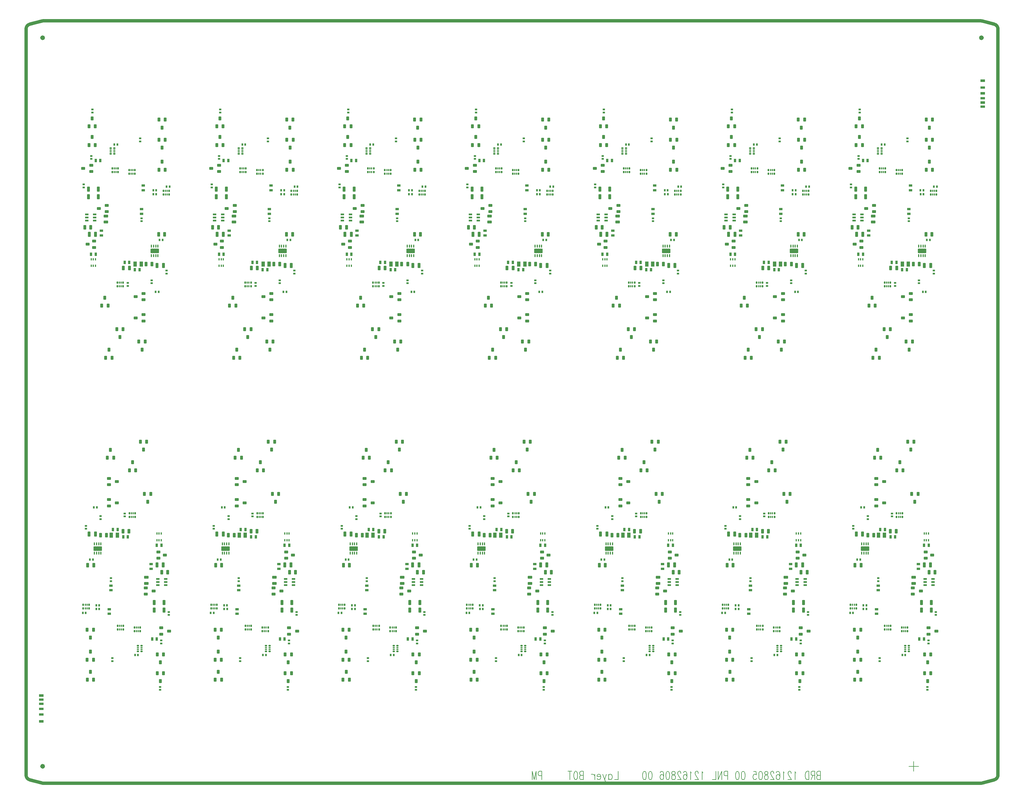
<source format=gbr>
*
G04 Job   : N:\Projects\taras004\P08330\12162805_FHM_2layers\Panel_12162806\12162806.pnl*
G04 User  : UA220006:taras004*
G04 Layer : SolderPasteBot.gbr*
G04 Date  : Fri Jun 09 15:39:14 2023*
G04 Expedition Layer: Solder Paste - Bottom*
%ICAS*%
%MOIN*%
%FSDAX24Y24*%
%OFA0.0000B0.0000*%
G90*
G74*
%AMVB_RECTANGLE*
21,1,$1,$2,0,0,$3*
%
%AMVB_RCRECTANGLE*
$3=$3X2*
21,1,$1-$3,$2,0,0,0*
21,1,$1,$2-$3,0,0,0*
$1=$1/2*
$2=$2/2*
$3=$3/2*
$1=$1-$3*
$2=$2-$3*
1,1,$3X2,0-$1,0-$2*
1,1,$3X2,0-$1,$2*
1,1,$3X2,$1,$2*
1,1,$3X2,$1,0-$2*
%
%ADD11C,0.00787*%
%ADD10C,0.03937*%
%ADD15VB_RECTANGLE,0.05906X0.03937X90.00000*%
%ADD25VB_RCRECTANGLE,0.02362X0.01181X0.00197*%
%ADD20VB_RCRECTANGLE,0.01181X0.02362X0.00197*%
%ADD23VB_RCRECTANGLE,0.01575X0.02362X0.00197*%
%ADD24VB_RCRECTANGLE,0.02362X0.01772X0.00197*%
%ADD71VB_RCRECTANGLE,0.01772X0.02362X0.00197*%
%ADD17VB_RCRECTANGLE,0.02756X0.01969X0.00197*%
%ADD19VB_RCRECTANGLE,0.01969X0.02756X0.00197*%
%ADD13VB_RCRECTANGLE,0.01575X0.03150X0.00197*%
%ADD22VB_RCRECTANGLE,0.03937X0.02756X0.00197*%
%ADD26VB_RCRECTANGLE,0.02756X0.03937X0.00197*%
%ADD18VB_RCRECTANGLE,0.04331X0.01969X0.00197*%
%ADD70VB_RCRECTANGLE,0.04724X0.03150X0.00197*%
%ADD12VB_RCRECTANGLE,0.03150X0.04724X0.00197*%
%ADD27VB_RCRECTANGLE,0.05118X0.03150X0.00197*%
%ADD16VB_RCRECTANGLE,0.03150X0.05118X0.00197*%
%ADD21VB_RCRECTANGLE,0.03150X0.05906X0.00197*%
%ADD14VB_RCRECTANGLE,0.09843X0.05118X0.00197*%
G01*
G36*
X-103819Y005197D02*
X-103268D01*
Y005472*
X-103819*
Y005197*
Y006024D02*
X-103268D01*
Y006299*
X-103819*
Y006024*
Y006693D02*
X-103268D01*
Y006969*
X-103819*
Y006693*
Y007283D02*
X-103268D01*
Y007559*
X-103819*
Y007283*
Y007795D02*
X-103268D01*
Y008071*
X-103819*
Y007795*
Y008268D02*
X-103268D01*
Y008543*
X-103819*
Y008268*
X-103425Y-000283D02*
G03X-103386Y-000285I000039J000283D01*
X-103100Y000000J000285*
X-103103Y000039I000286*
G01X-103346*
Y000283*
G03X-103386Y000285I000040J000283*
X-103671Y000000J000285*
X-103669Y-000039I000285*
G01X-103425*
Y-000283*
Y000283D02*
Y000039D01*
X-103669*
G03X-103671Y000000I000283J000039*
X-103386Y-000285I000285*
X-103346Y-000283J000285*
G01Y-000039*
X-103103*
G03X-103100Y000000I000283J000039*
X-103386Y000285I000286*
X-103425Y000283J000285*
G01Y086253D02*
G03X-103386Y086250I000039J000282D01*
X-103100Y086535J000285*
X-103103Y086575I000286*
G01X-103346*
Y086818*
G03X-103386Y086821I000040J000283*
X-103671Y086535J000286*
X-103669Y086496I000285*
G01X-103425*
Y086253*
Y086818D02*
Y086575D01*
X-103669*
G03X-103671Y086535I000283J000040*
X-103386Y086250I000285*
X-103346Y086253J000285*
G01Y086496*
X-103103*
G03X-103100Y086535I000283J000039*
X-103386Y086821I000286*
X-103425Y086818J000286*
G01X007913Y078228D02*
X008465D01*
Y078504*
X007913*
Y078228*
Y078701D02*
X008465D01*
Y078976*
X007913*
Y078701*
Y079213D02*
X008465D01*
Y079488*
X007913*
Y079213*
Y079803D02*
X008465D01*
Y080079*
X007913*
Y079803*
Y080472D02*
X008465D01*
Y080748*
X007913*
Y080472*
Y081299D02*
X008465D01*
Y081575*
X007913*
Y081299*
X007992Y086253D02*
G03X008031Y086250I000039J000282D01*
X008317Y086535J000285*
X008314Y086575I000286*
G01X008071*
Y086818*
G03X008031Y086821I000040J000283*
X007746Y086535J000286*
X007749Y086496I000285*
G01X007992*
Y086253*
Y086818D02*
Y086575D01*
X007749*
G03X007746Y086535I000282J000040*
X008031Y086250I000285*
X008071Y086253J000285*
G01Y086496*
X008314*
G03X008317Y086535I000283J000039*
X008031Y086821I000286*
X007992Y086818J000286*
G37*
G54D10*
G01X-038819Y-002008D02*
X-103339D01*
G02X-103493Y-001987J000591*
G01X-104917Y-001602*
G02X-105354Y-001032I000154J000570*
G01Y-001031*
Y087575*
G02X-104913Y088146I000590*
G01X-103492Y088524*
G02X-103341Y088543I000151J000572*
X-103339J000591*
G01X007992*
G02X008142Y088524I000001J000590*
G01X009563Y088150*
G02X010000Y087579I000154J000571*
G01Y-001031*
Y-001032*
G02X009563Y-001602I000591*
G01X008151Y-001987*
G02X007995Y-002008I000156J000570*
G01X-038819*
G54D11*
X-044825Y-001575D02*
Y-000591D01*
X-045044Y-001575*
X-045264Y-000591*
Y-001575*
X-044136D02*
Y-000591D01*
X-044418*
X-044512Y-000650*
X-044543Y-000695*
X-044575Y-000784*
Y-000919*
X-044543Y-001023*
X-044512Y-001068*
X-044418Y-001113*
X-044136*
X-040812Y-000591D02*
Y-001575D01*
X-040593Y-000591D02*
X-041031D01*
X-040061D02*
X-040008Y-000650D01*
X-039956Y-000740*
X-039925Y-000829*
X-039904Y-000963*
Y-001202*
X-039925Y-001336*
X-039956Y-001441*
X-040008Y-001530*
X-040061Y-001575*
X-040175*
X-040228Y-001530*
X-040290Y-001441*
X-040311Y-001336*
X-040342Y-001202*
Y-000963*
X-040311Y-000829*
X-040290Y-000740*
X-040228Y-000650*
X-040175Y-000591*
X-040061*
X-039215Y-001068D02*
X-039497D01*
X-039591Y-001113*
X-039622Y-001157*
X-039653Y-001247*
Y-001396*
X-039622Y-001485*
X-039591Y-001530*
X-039497Y-001575*
X-039215*
Y-000591*
X-039497*
X-039591Y-000650*
X-039622Y-000695*
X-039653Y-000784*
Y-000874*
X-039622Y-000963*
X-039591Y-001023*
X-039497Y-001068*
X-037837Y-001202D02*
X-037889Y-001068D01*
X-037994Y-000978*
X-038108Y-000934*
X-038275*
X-037837D02*
Y-001575D01*
X-037148Y-001202D02*
X-037587D01*
Y-001113*
X-037555Y-001023*
X-037513Y-000978*
X-037440Y-000934*
X-037326*
X-037252Y-000978*
X-037179Y-001068*
X-037148Y-001202*
Y-001306*
X-037179Y-001441*
X-037252Y-001530*
X-037326Y-001575*
X-037440*
X-037513Y-001530*
X-037587Y-001441*
X-036898Y-000934D02*
X-036689Y-001575D01*
X-036626Y-001769*
X-036553Y-001858*
X-036490Y-001903*
X-036459*
X-036490Y-000934D02*
X-036689Y-001575D01*
X-036209Y-001068D02*
X-036136Y-000978D01*
X-036062Y-000934*
X-035948*
X-035875Y-000978*
X-035801Y-001068*
X-035770Y-001202*
Y-001306*
X-035801Y-001441*
X-035875Y-001530*
X-035948Y-001575*
X-036062*
X-036136Y-001530*
X-036209Y-001441*
Y-000934D02*
Y-001575D01*
X-035081Y-000591D02*
Y-001575D01*
X-035520*
X-031922Y-000605D02*
X-031828Y-000650D01*
X-031766Y-000784*
X-031734Y-001023*
Y-001157*
X-031766Y-001396*
X-031828Y-001530*
X-031922Y-001575*
X-031985*
X-032079Y-001530*
X-032141Y-001396*
X-032173Y-001157*
Y-001023*
X-032141Y-000784*
X-032079Y-000650*
X-031985Y-000605*
X-031922*
X-031233D02*
X-031139Y-000650D01*
X-031077Y-000784*
X-031045Y-001023*
Y-001157*
X-031077Y-001396*
X-031139Y-001530*
X-031233Y-001575*
X-031296*
X-031390Y-001530*
X-031452Y-001396*
X-031484Y-001157*
Y-001023*
X-031452Y-000784*
X-031390Y-000650*
X-031296Y-000605*
X-031233*
X-030075Y-000740D02*
X-030043Y-000650D01*
X-029939Y-000605*
X-029866*
X-029761Y-000650*
X-029699Y-000784*
X-029667Y-001023*
Y-001247*
X-029699Y-001441*
X-029761Y-001530*
X-029866Y-001575*
X-029897*
X-030001Y-001530*
X-030075Y-001441*
X-030106Y-001306*
Y-001247*
X-030075Y-001113*
X-030001Y-001023*
X-029897Y-000978*
X-029866*
X-029761Y-001023*
X-029699Y-001113*
X-029667Y-001247*
X-029166Y-000605D02*
X-029072Y-000650D01*
X-029010Y-000784*
X-028978Y-001023*
Y-001157*
X-029010Y-001396*
X-029072Y-001530*
X-029166Y-001575*
X-029229*
X-029323Y-001530*
X-029386Y-001396*
X-029417Y-001157*
Y-001023*
X-029386Y-000784*
X-029323Y-000650*
X-029229Y-000605*
X-029166*
X-028446D02*
X-028352Y-000650D01*
X-028321Y-000740*
Y-000829*
X-028352Y-000934*
X-028415Y-000978*
X-028540Y-001023*
X-028634Y-001068*
X-028697Y-001157*
X-028728Y-001247*
Y-001396*
X-028697Y-001485*
X-028665Y-001530*
X-028571Y-001575*
X-028446*
X-028352Y-001530*
X-028321Y-001485*
X-028289Y-001396*
Y-001247*
X-028321Y-001157*
X-028383Y-001068*
X-028477Y-001023*
X-028603Y-000978*
X-028665Y-000934*
X-028697Y-000829*
Y-000740*
X-028665Y-000650*
X-028571Y-000605*
X-028446*
X-027632Y-000829D02*
Y-000784D01*
X-027663Y-000695*
X-027694Y-000650*
X-027757Y-000591*
X-027882*
X-027945Y-000650*
X-027976Y-000695*
X-028008Y-000784*
Y-000874*
X-027976Y-000963*
X-027914Y-001113*
X-027601Y-001575*
X-028039*
X-027319Y-000740D02*
X-027287Y-000650D01*
X-027183Y-000605*
X-027110*
X-027006Y-000650*
X-026943Y-000784*
X-026912Y-001023*
Y-001247*
X-026943Y-001441*
X-027006Y-001530*
X-027110Y-001575*
X-027141*
X-027246Y-001530*
X-027319Y-001441*
X-027350Y-001306*
Y-001247*
X-027319Y-001113*
X-027246Y-001023*
X-027141Y-000978*
X-027110*
X-027006Y-001023*
X-026943Y-001113*
X-026912Y-001247*
X-026390Y-000784D02*
X-026431Y-000740D01*
X-026484Y-000605*
Y-001575*
X-025565Y-000829D02*
Y-000784D01*
X-025596Y-000695*
X-025628Y-000650*
X-025690Y-000591*
X-025816*
X-025878Y-000650*
X-025909Y-000695*
X-025941Y-000784*
Y-000874*
X-025909Y-000963*
X-025847Y-001113*
X-025534Y-001575*
X-025972*
X-025012Y-000784D02*
X-025053Y-000740D01*
X-025106Y-000605*
Y-001575*
X-023467Y-000591D02*
Y-001575D01*
X-023905*
X-022778D02*
Y-000591D01*
X-023216Y-001575*
Y-000591*
X-022089Y-001575D02*
Y-000591D01*
X-022371*
X-022465Y-000650*
X-022496Y-000695*
X-022527Y-000784*
Y-000919*
X-022496Y-001023*
X-022465Y-001068*
X-022371Y-001113*
X-022089*
X-020899Y-000605D02*
X-020805Y-000650D01*
X-020742Y-000784*
X-020711Y-001023*
Y-001157*
X-020742Y-001396*
X-020805Y-001530*
X-020899Y-001575*
X-020961*
X-021055Y-001530*
X-021118Y-001396*
X-021149Y-001157*
Y-001023*
X-021118Y-000784*
X-021055Y-000650*
X-020961Y-000605*
X-020899*
X-020210D02*
X-020116Y-000650D01*
X-020053Y-000784*
X-020022Y-001023*
Y-001157*
X-020053Y-001396*
X-020116Y-001530*
X-020210Y-001575*
X-020272*
X-020366Y-001530*
X-020429Y-001396*
X-020460Y-001157*
Y-001023*
X-020429Y-000784*
X-020366Y-000650*
X-020272Y-000605*
X-020210*
X-019020D02*
X-018707D01*
X-018675Y-001023*
X-018707Y-000978*
X-018801Y-000934*
X-018895*
X-018989Y-000978*
X-019051Y-001068*
X-019082Y-001202*
Y-001306*
X-019051Y-001441*
X-018989Y-001530*
X-018895Y-001575*
X-018801*
X-018707Y-001530*
X-018675Y-001485*
X-018644Y-001396*
X-018143Y-000605D02*
X-018049Y-000650D01*
X-017986Y-000784*
X-017955Y-001023*
Y-001157*
X-017986Y-001396*
X-018049Y-001530*
X-018143Y-001575*
X-018206*
X-018300Y-001530*
X-018362Y-001396*
X-018394Y-001157*
Y-001023*
X-018362Y-000784*
X-018300Y-000650*
X-018206Y-000605*
X-018143*
X-017423D02*
X-017329Y-000650D01*
X-017297Y-000740*
Y-000829*
X-017329Y-000934*
X-017391Y-000978*
X-017517Y-001023*
X-017611Y-001068*
X-017673Y-001157*
X-017705Y-001247*
Y-001396*
X-017673Y-001485*
X-017642Y-001530*
X-017548Y-001575*
X-017423*
X-017329Y-001530*
X-017297Y-001485*
X-017266Y-001396*
Y-001247*
X-017297Y-001157*
X-017360Y-001068*
X-017454Y-001023*
X-017579Y-000978*
X-017642Y-000934*
X-017673Y-000829*
Y-000740*
X-017642Y-000650*
X-017548Y-000605*
X-017423*
X-016608Y-000829D02*
Y-000784D01*
X-016640Y-000695*
X-016671Y-000650*
X-016734Y-000591*
X-016859*
X-016922Y-000650*
X-016953Y-000695*
X-016984Y-000784*
Y-000874*
X-016953Y-000963*
X-016890Y-001113*
X-016577Y-001575*
X-017016*
X-016295Y-000740D02*
X-016264Y-000650D01*
X-016160Y-000605*
X-016087*
X-015982Y-000650*
X-015920Y-000784*
X-015888Y-001023*
Y-001247*
X-015920Y-001441*
X-015982Y-001530*
X-016087Y-001575*
X-016118*
X-016222Y-001530*
X-016295Y-001441*
X-016327Y-001306*
Y-001247*
X-016295Y-001113*
X-016222Y-001023*
X-016118Y-000978*
X-016087*
X-015982Y-001023*
X-015920Y-001113*
X-015888Y-001247*
X-015366Y-000784D02*
X-015408Y-000740D01*
X-015460Y-000605*
Y-001575*
X-014542Y-000829D02*
Y-000784D01*
X-014573Y-000695*
X-014604Y-000650*
X-014667Y-000591*
X-014792*
X-014855Y-000650*
X-014886Y-000695*
X-014917Y-000784*
Y-000874*
X-014886Y-000963*
X-014823Y-001113*
X-014510Y-001575*
X-014949*
X-013988Y-000784D02*
X-014030Y-000740D01*
X-014082Y-000605*
Y-001575*
X-012443Y-000591D02*
X-012663D01*
X-012757Y-000650*
X-012819Y-000740*
X-012850Y-000829*
X-012882Y-000963*
Y-001202*
X-012850Y-001336*
X-012819Y-001441*
X-012757Y-001530*
X-012663Y-001575*
X-012443*
Y-000591*
X-011974Y-001068D02*
X-012193Y-001575D01*
X-011754D02*
Y-000591D01*
X-012036*
X-012130Y-000650*
X-012162Y-000695*
X-012193Y-000784*
Y-000874*
X-012162Y-000963*
X-012130Y-001023*
X-012036Y-001068*
X-011754*
X-011065D02*
X-011347D01*
X-011441Y-001113*
X-011473Y-001157*
X-011504Y-001247*
Y-001396*
X-011473Y-001485*
X-011441Y-001530*
X-011347Y-001575*
X-011065*
Y-000591*
X-011347*
X-011441Y-000650*
X-011473Y-000695*
X-011504Y-000784*
Y-000874*
X-011473Y-000963*
X-011441Y-001023*
X-011347Y-001068*
X-000591Y000000D02*
X000591D01*
X000000Y000591D02*
Y-000591D01*
G54D12*
X-098098Y012661D03*
Y016220D03*
X-098087Y010276D03*
X-097894Y073798D03*
Y076024D03*
X-097724Y013606D03*
Y015276D03*
X-097713Y011220D03*
X-097520Y074743D03*
Y076969D03*
X-097350Y012661D03*
Y016220D03*
X-097339Y010276D03*
X-097146Y073798D03*
Y076024D03*
X-096376Y054724D03*
X-096002Y055669D03*
X-095899Y048535D03*
X-095709Y036646D03*
X-095628Y054724D03*
X-095525Y049480D03*
X-095335Y037591D03*
X-095151Y048535D03*
X-094961Y036646D03*
X-094587Y051917D03*
X-094213Y050972D03*
X-093839Y051917D03*
X-093091Y035170D03*
X-092717Y036114D03*
X-092343Y035170D03*
X-091969Y050441D03*
X-091778Y038551D03*
X-091594Y049496D03*
X-091404Y037606D03*
X-091301Y032362D03*
X-091220Y050441D03*
X-091030Y038551D03*
X-090927Y031417D03*
X-090553Y032362D03*
X-089783Y011063D03*
Y013288D03*
X-089591Y076811D03*
X-089579Y070866D03*
Y074425D03*
X-089409Y010118D03*
Y012343D03*
X-089217Y075866D03*
X-089205Y071811D03*
Y073480D03*
X-089035Y011063D03*
Y013288D03*
X-088843Y076811D03*
X-088831Y070866D03*
Y074425D03*
X-082921Y012661D03*
Y016220D03*
X-082909Y010276D03*
X-082717Y073798D03*
Y076024D03*
X-082547Y013606D03*
Y015276D03*
X-082535Y011220D03*
X-082343Y074743D03*
Y076969D03*
X-082173Y012661D03*
Y016220D03*
X-082161Y010276D03*
X-081969Y073798D03*
Y076024D03*
X-081199Y054724D03*
X-080825Y055669D03*
X-080722Y048535D03*
X-080531Y036646D03*
X-080451Y054724D03*
X-080348Y049480D03*
X-080157Y037591D03*
X-079974Y048535D03*
X-079783Y036646D03*
X-079409Y051917D03*
X-079035Y050972D03*
X-078661Y051917D03*
X-077913Y035170D03*
X-077539Y036114D03*
X-077165Y035170D03*
X-076791Y050441D03*
X-076601Y038551D03*
X-076417Y049496D03*
X-076227Y037606D03*
X-076124Y032362D03*
X-076043Y050441D03*
X-075853Y038551D03*
X-075750Y031417D03*
X-075376Y032362D03*
X-074606Y011063D03*
Y013288D03*
X-074413Y076811D03*
X-074402Y070866D03*
Y074425D03*
X-074232Y010118D03*
Y012343D03*
X-074039Y075866D03*
X-074028Y071811D03*
Y073480D03*
X-073858Y011063D03*
Y013288D03*
X-073665Y076811D03*
X-073654Y070866D03*
Y074425D03*
X-067744Y012661D03*
Y016220D03*
X-067732Y010276D03*
X-067539Y073798D03*
Y076024D03*
X-067370Y013606D03*
Y015276D03*
X-067358Y011220D03*
X-067165Y074743D03*
Y076969D03*
X-066996Y012661D03*
Y016220D03*
X-066984Y010276D03*
X-066791Y073798D03*
Y076024D03*
X-066022Y054724D03*
X-065648Y055669D03*
X-065545Y048535D03*
X-065354Y036646D03*
X-065274Y054724D03*
X-065171Y049480D03*
X-064980Y037591D03*
X-064797Y048535D03*
X-064606Y036646D03*
X-064232Y051917D03*
X-063858Y050972D03*
X-063484Y051917D03*
X-062736Y035170D03*
X-062362Y036114D03*
X-061988Y035170D03*
X-061614Y050441D03*
X-061424Y038551D03*
X-061240Y049496D03*
X-061050Y037606D03*
X-060947Y032362D03*
X-060866Y050441D03*
X-060676Y038551D03*
X-060573Y031417D03*
X-060199Y032362D03*
X-059429Y011063D03*
Y013288D03*
X-059236Y076811D03*
X-059224Y070866D03*
Y074425D03*
X-059055Y010118D03*
Y012343D03*
X-058862Y075866D03*
X-058850Y071811D03*
Y073480D03*
X-058681Y011063D03*
Y013288D03*
X-058488Y076811D03*
X-058476Y070866D03*
Y074425D03*
X-052567Y012661D03*
Y016220D03*
X-052555Y010276D03*
X-052362Y073798D03*
Y076024D03*
X-052193Y013606D03*
Y015276D03*
X-052181Y011220D03*
X-051988Y074743D03*
Y076969D03*
X-051819Y012661D03*
Y016220D03*
X-051807Y010276D03*
X-051614Y073798D03*
Y076024D03*
X-050845Y054724D03*
X-050471Y055669D03*
X-050368Y048535D03*
X-050177Y036646D03*
X-050097Y054724D03*
X-049994Y049480D03*
X-049803Y037591D03*
X-049620Y048535D03*
X-049429Y036646D03*
X-049055Y051917D03*
X-048681Y050972D03*
X-048307Y051917D03*
X-047559Y035170D03*
X-047185Y036114D03*
X-046811Y035170D03*
X-046437Y050441D03*
X-046246Y038551D03*
X-046063Y049496D03*
X-045872Y037606D03*
X-045770Y032362D03*
X-045689Y050441D03*
X-045498Y038551D03*
X-045395Y031417D03*
X-045021Y032362D03*
X-044252Y011063D03*
Y013288D03*
X-044059Y076811D03*
X-044047Y070866D03*
Y074425D03*
X-043878Y010118D03*
Y012343D03*
X-043685Y075866D03*
X-043673Y071811D03*
Y073480D03*
X-043504Y011063D03*
Y013288D03*
X-043311Y076811D03*
X-043299Y070866D03*
Y074425D03*
X-037390Y012661D03*
Y016220D03*
X-037378Y010276D03*
X-037185Y073798D03*
Y076024D03*
X-037016Y013606D03*
Y015276D03*
X-037004Y011220D03*
X-036811Y074743D03*
Y076969D03*
X-036642Y012661D03*
Y016220D03*
X-036630Y010276D03*
X-036437Y073798D03*
Y076024D03*
X-035667Y054724D03*
X-035293Y055669D03*
X-035191Y048535D03*
X-035000Y036646D03*
X-034919Y054724D03*
X-034817Y049480D03*
X-034626Y037591D03*
X-034443Y048535D03*
X-034252Y036646D03*
X-033878Y051917D03*
X-033504Y050972D03*
X-033130Y051917D03*
X-032382Y035170D03*
X-032008Y036114D03*
X-031634Y035170D03*
X-031260Y050441D03*
X-031069Y038551D03*
X-030886Y049496D03*
X-030695Y037606D03*
X-030592Y032362D03*
X-030512Y050441D03*
X-030321Y038551D03*
X-030218Y031417D03*
X-029844Y032362D03*
X-029075Y011063D03*
Y013288D03*
X-028882Y076811D03*
X-028870Y070866D03*
Y074425D03*
X-028701Y010118D03*
Y012343D03*
X-028508Y075866D03*
X-028496Y071811D03*
Y073480D03*
X-028327Y011063D03*
Y013288D03*
X-028134Y076811D03*
X-028122Y070866D03*
Y074425D03*
X-022213Y012661D03*
Y016220D03*
X-022201Y010276D03*
X-022008Y073798D03*
Y076024D03*
X-021839Y013606D03*
Y015276D03*
X-021827Y011220D03*
X-021634Y074743D03*
Y076969D03*
X-021465Y012661D03*
Y016220D03*
X-021453Y010276D03*
X-021260Y073798D03*
Y076024D03*
X-020490Y054724D03*
X-020116Y055669D03*
X-020013Y048535D03*
X-019823Y036646D03*
X-019742Y054724D03*
X-019639Y049480D03*
X-019449Y037591D03*
X-019265Y048535D03*
X-019075Y036646D03*
X-018701Y051917D03*
X-018327Y050972D03*
X-017953Y051917D03*
X-017205Y035170D03*
X-016831Y036114D03*
X-016457Y035170D03*
X-016083Y050441D03*
X-015892Y038551D03*
X-015709Y049496D03*
X-015518Y037606D03*
X-015415Y032362D03*
X-015335Y050441D03*
X-015144Y038551D03*
X-015041Y031417D03*
X-014667Y032362D03*
X-013898Y011063D03*
Y013288D03*
X-013705Y076811D03*
X-013693Y070866D03*
Y074425D03*
X-013524Y010118D03*
Y012343D03*
X-013331Y075866D03*
X-013319Y071811D03*
Y073480D03*
X-013150Y011063D03*
Y013288D03*
X-012957Y076811D03*
X-012945Y070866D03*
Y074425D03*
X-007035Y012661D03*
Y016220D03*
X-007024Y010276D03*
X-006831Y073798D03*
Y076024D03*
X-006661Y013606D03*
Y015276D03*
X-006650Y011220D03*
X-006457Y074743D03*
Y076969D03*
X-006287Y012661D03*
Y016220D03*
X-006276Y010276D03*
X-006083Y073798D03*
Y076024D03*
X-005313Y054724D03*
X-004939Y055669D03*
X-004836Y048535D03*
X-004646Y036646D03*
X-004565Y054724D03*
X-004462Y049480D03*
X-004272Y037591D03*
X-004088Y048535D03*
X-003898Y036646D03*
X-003524Y051917D03*
X-003150Y050972D03*
X-002776Y051917D03*
X-002028Y035170D03*
X-001654Y036114D03*
X-001280Y035170D03*
X-000906Y050441D03*
X-000715Y038551D03*
X-000531Y049496D03*
X-000341Y037606D03*
X-000238Y032362D03*
X-000157Y050441D03*
X000033Y038551D03*
X000136Y031417D03*
X000510Y032362D03*
X001280Y011063D03*
Y013288D03*
X001472Y076811D03*
X001484Y070866D03*
Y074425D03*
X001654Y010118D03*
Y012343D03*
X001846Y075866D03*
X001858Y071811D03*
Y073480D03*
X002028Y011063D03*
Y013288D03*
X002220Y076811D03*
X002232Y070866D03*
Y074425D03*
G54D13*
X-097230Y025315D03*
Y026417D03*
X-096974Y025315D03*
Y026417D03*
X-096719Y025315D03*
Y026417D03*
X-096463Y025315D03*
Y026417D03*
X-090467Y060669D03*
Y061772D03*
X-090211Y060669D03*
Y061772D03*
X-089955Y060669D03*
Y061772D03*
X-089699Y060669D03*
Y061772D03*
X-082053Y025315D03*
Y026417D03*
X-081797Y025315D03*
Y026417D03*
X-081541Y025315D03*
Y026417D03*
X-081285Y025315D03*
Y026417D03*
X-075289Y060669D03*
Y061772D03*
X-075033Y060669D03*
Y061772D03*
X-074778Y060669D03*
Y061772D03*
X-074522Y060669D03*
Y061772D03*
X-066876Y025315D03*
Y026417D03*
X-066620Y025315D03*
Y026417D03*
X-066364Y025315D03*
Y026417D03*
X-066108Y025315D03*
Y026417D03*
X-060112Y060669D03*
Y061772D03*
X-059856Y060669D03*
Y061772D03*
X-059600Y060669D03*
Y061772D03*
X-059344Y060669D03*
Y061772D03*
X-051699Y025315D03*
Y026417D03*
X-051443Y025315D03*
Y026417D03*
X-051187Y025315D03*
Y026417D03*
X-050931Y025315D03*
Y026417D03*
X-044935Y060669D03*
Y061772D03*
X-044679Y060669D03*
Y061772D03*
X-044423Y060669D03*
Y061772D03*
X-044167Y060669D03*
Y061772D03*
X-036522Y025315D03*
Y026417D03*
X-036266Y025315D03*
Y026417D03*
X-036010Y025315D03*
Y026417D03*
X-035754Y025315D03*
Y026417D03*
X-029758Y060669D03*
Y061772D03*
X-029502Y060669D03*
Y061772D03*
X-029246Y060669D03*
Y061772D03*
X-028990Y060669D03*
Y061772D03*
X-021344Y025315D03*
Y026417D03*
X-021089Y025315D03*
Y026417D03*
X-020833Y025315D03*
Y026417D03*
X-020577Y025315D03*
Y026417D03*
X-014581Y060669D03*
Y061772D03*
X-014325Y060669D03*
Y061772D03*
X-014069Y060669D03*
Y061772D03*
X-013813Y060669D03*
Y061772D03*
X-006167Y025315D03*
Y026417D03*
X-005911Y025315D03*
Y026417D03*
X-005656Y025315D03*
Y026417D03*
X-005400Y025315D03*
Y026417D03*
X000596Y060669D03*
Y061772D03*
X000852Y060669D03*
Y061772D03*
X001108Y060669D03*
Y061772D03*
X001364Y060669D03*
Y061772D03*
G54D14*
X-096846Y025866D03*
X-090083Y061220D03*
X-081669Y025866D03*
X-074906Y061220D03*
X-066492Y025866D03*
X-059728Y061220D03*
X-051315Y025866D03*
X-044551Y061220D03*
X-036138Y025866D03*
X-029374Y061220D03*
X-020961Y025866D03*
X-014197Y061220D03*
X-005783Y025866D03*
X000980Y061220D03*
G54D15*
X-095236Y027441D03*
X-094528D03*
X-092402Y059646D03*
X-091693D03*
X-080059Y027441D03*
X-079350D03*
X-077224Y059646D03*
X-076516D03*
X-064882Y027441D03*
X-064173D03*
X-062047Y059646D03*
X-061339D03*
X-049705Y027441D03*
X-048996D03*
X-046870Y059646D03*
X-046161D03*
X-034528Y027441D03*
X-033819D03*
X-031693Y059646D03*
X-030984D03*
X-019350Y027441D03*
X-018642D03*
X-016516Y059646D03*
X-015807D03*
X-004173Y027441D03*
X-003465D03*
X-001339Y059646D03*
X-000630D03*
G54D16*
X-098386Y064026D03*
X-098031Y023898D03*
X-097677Y064026D03*
X-097323Y023898D03*
X-096515Y027441D03*
X-095806D03*
X-093838Y027913D03*
X-093799Y059173D03*
X-093130Y027913D03*
X-093091Y059173D03*
X-091123Y059646D03*
X-090414D03*
X-089606Y063189D03*
X-089252Y023061D03*
X-088898Y063189D03*
X-088543Y023061D03*
X-083209Y064026D03*
X-082854Y023898D03*
X-082500Y064026D03*
X-082146Y023898D03*
X-081338Y027441D03*
X-080629D03*
X-078661Y027913D03*
X-078622Y059173D03*
X-077953Y027913D03*
X-077914Y059173D03*
X-075946Y059646D03*
X-075237D03*
X-074429Y063189D03*
X-074075Y023061D03*
X-073720Y063189D03*
X-073366Y023061D03*
X-068031Y064026D03*
X-067677Y023898D03*
X-067323Y064026D03*
X-066969Y023898D03*
X-066161Y027441D03*
X-065452D03*
X-063484Y027913D03*
X-063445Y059173D03*
X-062775Y027913D03*
X-062736Y059173D03*
X-060768Y059646D03*
X-060060D03*
X-059252Y063189D03*
X-058898Y023061D03*
X-058543Y063189D03*
X-058189Y023061D03*
X-052854Y064026D03*
X-052500Y023898D03*
X-052146Y064026D03*
X-051791Y023898D03*
X-050984Y027441D03*
X-050275D03*
X-048307Y027913D03*
X-048268Y059173D03*
X-047598Y027913D03*
X-047559Y059173D03*
X-045591Y059646D03*
X-044883D03*
X-044075Y063189D03*
X-043720Y023061D03*
X-043366Y063189D03*
X-043012Y023061D03*
X-037677Y064026D03*
X-037323Y023898D03*
X-036969Y064026D03*
X-036614Y023898D03*
X-035806Y027441D03*
X-035098D03*
X-033130Y027913D03*
X-033091Y059173D03*
X-032421Y027913D03*
X-032382Y059173D03*
X-030414Y059646D03*
X-029705D03*
X-028898Y063189D03*
X-028543Y023061D03*
X-028189Y063189D03*
X-027835Y023061D03*
X-022500Y064026D03*
X-022146Y023898D03*
X-021791Y064026D03*
X-021437Y023898D03*
X-020629Y027441D03*
X-019921D03*
X-017953Y027913D03*
X-017914Y059173D03*
X-017244Y027913D03*
X-017205Y059173D03*
X-015237Y059646D03*
X-014528D03*
X-013720Y063189D03*
X-013366Y023061D03*
X-013012Y063189D03*
X-012657Y023061D03*
X-007323Y064026D03*
X-006969Y023898D03*
X-006614Y064026D03*
X-006260Y023898D03*
X-005452Y027441D03*
X-004743D03*
X-002775Y027913D03*
X-002736Y059173D03*
X-002067Y027913D03*
X-002028Y059173D03*
X-000060Y059646D03*
X000649D03*
X001457Y063189D03*
X001811Y023061D03*
X002165Y063189D03*
X002520Y023061D03*
G54D17*
X-098504Y068760D03*
Y069114D03*
X-098246Y028211D03*
Y028565D03*
X-097618Y072146D03*
Y072500D03*
X-097480Y077657D03*
Y078012D03*
X-096496Y029350D03*
Y029705D03*
X-095276Y021988D03*
Y022343D03*
X-095118Y012500D03*
Y012854D03*
X-093639Y029675D03*
Y030030D03*
X-093290Y057057D03*
Y057411D03*
X-091811Y074232D03*
Y074587D03*
X-091654Y064744D03*
Y065098D03*
X-090433Y057382D03*
Y057736D03*
X-089449Y009075D03*
Y009429D03*
X-089311Y014587D03*
Y014941D03*
X-088683Y058522D03*
Y058876D03*
X-088425Y017972D03*
Y018327D03*
X-083327Y068760D03*
Y069114D03*
X-083069Y028211D03*
Y028565D03*
X-082441Y072146D03*
Y072500D03*
X-082303Y077657D03*
Y078012D03*
X-081319Y029350D03*
Y029705D03*
X-080098Y021988D03*
Y022343D03*
X-079941Y012500D03*
Y012854D03*
X-078462Y029675D03*
Y030030D03*
X-078113Y057057D03*
Y057411D03*
X-076634Y074232D03*
Y074587D03*
X-076476Y064744D03*
Y065098D03*
X-075256Y057382D03*
Y057736D03*
X-074272Y009075D03*
Y009429D03*
X-074134Y014587D03*
Y014941D03*
X-073506Y058522D03*
Y058876D03*
X-073248Y017972D03*
Y018327D03*
X-068150Y068760D03*
Y069114D03*
X-067892Y028211D03*
Y028565D03*
X-067264Y072146D03*
Y072500D03*
X-067126Y077657D03*
Y078012D03*
X-066142Y029350D03*
Y029705D03*
X-064921Y021988D03*
Y022343D03*
X-064764Y012500D03*
Y012854D03*
X-063285Y029675D03*
Y030030D03*
X-062936Y057057D03*
Y057411D03*
X-061457Y074232D03*
Y074587D03*
X-061299Y064744D03*
Y065098D03*
X-060079Y057382D03*
Y057736D03*
X-059094Y009075D03*
Y009429D03*
X-058957Y014587D03*
Y014941D03*
X-058329Y058522D03*
Y058876D03*
X-058071Y017972D03*
Y018327D03*
X-052972Y068760D03*
Y069114D03*
X-052715Y028211D03*
Y028565D03*
X-052087Y072146D03*
Y072500D03*
X-051949Y077657D03*
Y078012D03*
X-050965Y029350D03*
Y029705D03*
X-049744Y021988D03*
Y022343D03*
X-049587Y012500D03*
Y012854D03*
X-048107Y029675D03*
Y030030D03*
X-047759Y057057D03*
Y057411D03*
X-046280Y074232D03*
Y074587D03*
X-046122Y064744D03*
Y065098D03*
X-044902Y057382D03*
Y057736D03*
X-043917Y009075D03*
Y009429D03*
X-043780Y014587D03*
Y014941D03*
X-043152Y058522D03*
Y058876D03*
X-042894Y017972D03*
Y018327D03*
X-037795Y068760D03*
Y069114D03*
X-037537Y028211D03*
Y028565D03*
X-036909Y072146D03*
Y072500D03*
X-036772Y077657D03*
Y078012D03*
X-035787Y029350D03*
Y029705D03*
X-034567Y021988D03*
Y022343D03*
X-034409Y012500D03*
Y012854D03*
X-032930Y029675D03*
Y030030D03*
X-032581Y057057D03*
Y057411D03*
X-031102Y074232D03*
Y074587D03*
X-030945Y064744D03*
Y065098D03*
X-029724Y057382D03*
Y057736D03*
X-028740Y009075D03*
Y009429D03*
X-028602Y014587D03*
Y014941D03*
X-027974Y058522D03*
Y058876D03*
X-027717Y017972D03*
Y018327D03*
X-022618Y068760D03*
Y069114D03*
X-022360Y028211D03*
Y028565D03*
X-021732Y072146D03*
Y072500D03*
X-021594Y077657D03*
Y078012D03*
X-020610Y029350D03*
Y029705D03*
X-019390Y021988D03*
Y022343D03*
X-019232Y012500D03*
Y012854D03*
X-017753Y029675D03*
Y030030D03*
X-017404Y057057D03*
Y057411D03*
X-015925Y074232D03*
Y074587D03*
X-015768Y064744D03*
Y065098D03*
X-014547Y057382D03*
Y057736D03*
X-013563Y009075D03*
Y009429D03*
X-013425Y014587D03*
Y014941D03*
X-012797Y058522D03*
Y058876D03*
X-012539Y017972D03*
Y018327D03*
X-007441Y068760D03*
Y069114D03*
X-007183Y028211D03*
Y028565D03*
X-006555Y072146D03*
Y072500D03*
X-006417Y077657D03*
Y078012D03*
X-005433Y029350D03*
Y029705D03*
X-004213Y021988D03*
Y022343D03*
X-004055Y012500D03*
Y012854D03*
X-002576Y029675D03*
Y030030D03*
X-002227Y057057D03*
Y057411D03*
X-000748Y074232D03*
Y074587D03*
X-000591Y064744D03*
Y065098D03*
X000630Y057382D03*
Y057736D03*
X001614Y009075D03*
Y009429D03*
X001752Y014587D03*
Y014941D03*
X002380Y058522D03*
Y058876D03*
X002638Y017972D03*
Y018327D03*
G54D18*
X-098150Y064823D03*
Y065197D03*
Y065571D03*
X-097205Y064823D03*
Y065197D03*
Y065571D03*
X-089724Y021516D03*
Y021890D03*
Y022264D03*
X-088780Y021516D03*
Y021890D03*
Y022264D03*
X-082972Y064823D03*
Y065197D03*
Y065571D03*
X-082028Y064823D03*
Y065197D03*
Y065571D03*
X-074547Y021516D03*
Y021890D03*
Y022264D03*
X-073602Y021516D03*
Y021890D03*
Y022264D03*
X-067795Y064823D03*
Y065197D03*
Y065571D03*
X-066850Y064823D03*
Y065197D03*
Y065571D03*
X-059370Y021516D03*
Y021890D03*
Y022264D03*
X-058425Y021516D03*
Y021890D03*
Y022264D03*
X-052618Y064823D03*
Y065197D03*
Y065571D03*
X-051673Y064823D03*
Y065197D03*
Y065571D03*
X-044193Y021516D03*
Y021890D03*
Y022264D03*
X-043248Y021516D03*
Y021890D03*
Y022264D03*
X-037441Y064823D03*
Y065197D03*
Y065571D03*
X-036496Y064823D03*
Y065197D03*
Y065571D03*
X-029016Y021516D03*
Y021890D03*
Y022264D03*
X-028071Y021516D03*
Y021890D03*
Y022264D03*
X-022264Y064823D03*
Y065197D03*
Y065571D03*
X-021319Y064823D03*
Y065197D03*
Y065571D03*
X-013839Y021516D03*
Y021890D03*
Y022264D03*
X-012894Y021516D03*
Y021890D03*
Y022264D03*
X-007087Y064823D03*
Y065197D03*
Y065571D03*
X-006142Y064823D03*
Y065197D03*
Y065571D03*
X001339Y021516D03*
Y021890D03*
Y022264D03*
X002283Y021516D03*
Y021890D03*
Y022264D03*
G54D19*
X-098622Y018222D03*
X-098267D03*
X-097776Y024567D03*
X-097421D03*
X-097303Y030748D03*
X-097028Y019125D03*
X-097025Y018673D03*
X-096949Y030748D03*
X-096673Y019125D03*
X-096671Y018673D03*
X-094862Y073858D03*
X-094508D03*
X-092421Y013228D03*
X-092067D03*
X-090258Y068413D03*
X-090256Y067961D03*
X-089980Y056339D03*
X-089904Y068413D03*
X-089902Y067961D03*
X-089626Y056339D03*
X-089508Y062520D03*
X-089154D03*
X-088662Y068864D03*
X-088308D03*
X-083444Y018222D03*
X-083090D03*
X-082598Y024567D03*
X-082244D03*
X-082126Y030748D03*
X-081850Y019125D03*
X-081848Y018673D03*
X-081772Y030748D03*
X-081496Y019125D03*
X-081494Y018673D03*
X-079685Y073858D03*
X-079331D03*
X-077244Y013228D03*
X-076890D03*
X-075081Y068413D03*
X-075079Y067961D03*
X-074803Y056339D03*
X-074726Y068413D03*
X-074724Y067961D03*
X-074449Y056339D03*
X-074331Y062520D03*
X-073976D03*
X-073485Y068864D03*
X-073130D03*
X-068267Y018222D03*
X-067913D03*
X-067421Y024567D03*
X-067067D03*
X-066949Y030748D03*
X-066673Y019125D03*
X-066671Y018673D03*
X-066594Y030748D03*
X-066319Y019125D03*
X-066317Y018673D03*
X-064508Y073858D03*
X-064154D03*
X-062067Y013228D03*
X-061713D03*
X-059904Y068413D03*
X-059902Y067961D03*
X-059626Y056339D03*
X-059549Y068413D03*
X-059547Y067961D03*
X-059272Y056339D03*
X-059154Y062520D03*
X-058799D03*
X-058308Y068864D03*
X-057953D03*
X-053090Y018222D03*
X-052736D03*
X-052244Y024567D03*
X-051890D03*
X-051772Y030748D03*
X-051496Y019125D03*
X-051494Y018673D03*
X-051417Y030748D03*
X-051142Y019125D03*
X-051140Y018673D03*
X-049331Y073858D03*
X-048976D03*
X-046890Y013228D03*
X-046535D03*
X-044726Y068413D03*
X-044724Y067961D03*
X-044449Y056339D03*
X-044372Y068413D03*
X-044370Y067961D03*
X-044094Y056339D03*
X-043976Y062520D03*
X-043622D03*
X-043130Y068864D03*
X-042776D03*
X-037913Y018222D03*
X-037559D03*
X-037067Y024567D03*
X-036713D03*
X-036594Y030748D03*
X-036319Y019125D03*
X-036317Y018673D03*
X-036240Y030748D03*
X-035965Y019125D03*
X-035962Y018673D03*
X-034154Y073858D03*
X-033799D03*
X-031713Y013228D03*
X-031358D03*
X-029549Y068413D03*
X-029547Y067961D03*
X-029272Y056339D03*
X-029195Y068413D03*
X-029193Y067961D03*
X-028917Y056339D03*
X-028799Y062520D03*
X-028445D03*
X-027953Y068864D03*
X-027599D03*
X-022736Y018222D03*
X-022381D03*
X-021890Y024567D03*
X-021535D03*
X-021417Y030748D03*
X-021142Y019125D03*
X-021140Y018673D03*
X-021063Y030748D03*
X-020787Y019125D03*
X-020785Y018673D03*
X-018976Y073858D03*
X-018622D03*
X-016535Y013228D03*
X-016181D03*
X-014372Y068413D03*
X-014370Y067961D03*
X-014094Y056339D03*
X-014018Y068413D03*
X-014016Y067961D03*
X-013740Y056339D03*
X-013622Y062520D03*
X-013268D03*
X-012776Y068864D03*
X-012422D03*
X-007559Y018222D03*
X-007204D03*
X-006713Y024567D03*
X-006358D03*
X-006240Y030748D03*
X-005965Y019125D03*
X-005962Y018673D03*
X-005886Y030748D03*
X-005610Y019125D03*
X-005608Y018673D03*
X-003799Y073858D03*
X-003445D03*
X-001358Y013228D03*
X-001004D03*
X000805Y068413D03*
X000807Y067961D03*
X001083Y056339D03*
X001159Y068413D03*
X001161Y067961D03*
X001437Y056339D03*
X001555Y062520D03*
X001909D03*
X002401Y068864D03*
X002755D03*
G54D20*
X-098325Y018748D03*
Y019181D03*
X-098124Y018748D03*
Y019181D03*
X-094884Y070602D03*
Y071035D03*
X-094683Y070602D03*
Y071035D03*
X-094277Y057018D03*
Y057451D03*
X-094254Y016252D03*
Y016685D03*
X-094076Y057018D03*
Y057451D03*
X-094053Y016252D03*
Y016685D03*
X-092876Y070402D03*
Y070835D03*
X-092853Y029636D03*
Y030069D03*
X-092675Y070402D03*
Y070835D03*
X-092652Y029636D03*
Y030069D03*
X-092246Y016052D03*
Y016485D03*
X-092045Y016052D03*
Y016485D03*
X-088805Y067906D03*
Y068339D03*
X-088604Y067906D03*
Y068339D03*
X-083148Y018748D03*
Y019181D03*
X-082947Y018748D03*
Y019181D03*
X-079707Y070602D03*
Y071035D03*
X-079506Y070602D03*
Y071035D03*
X-079100Y057018D03*
Y057451D03*
X-079077Y016252D03*
Y016685D03*
X-078899Y057018D03*
Y057451D03*
X-078876Y016252D03*
Y016685D03*
X-077699Y070402D03*
Y070835D03*
X-077676Y029636D03*
Y030069D03*
X-077498Y070402D03*
Y070835D03*
X-077475Y029636D03*
Y030069D03*
X-077069Y016052D03*
Y016485D03*
X-076868Y016052D03*
Y016485D03*
X-073628Y067906D03*
Y068339D03*
X-073427Y067906D03*
Y068339D03*
X-067970Y018748D03*
Y019181D03*
X-067770Y018748D03*
Y019181D03*
X-064530Y070602D03*
Y071035D03*
X-064329Y070602D03*
Y071035D03*
X-063922Y057018D03*
Y057451D03*
X-063900Y016252D03*
Y016685D03*
X-063722Y057018D03*
Y057451D03*
X-063699Y016252D03*
Y016685D03*
X-062522Y070402D03*
Y070835D03*
X-062499Y029636D03*
Y030069D03*
X-062321Y070402D03*
Y070835D03*
X-062298Y029636D03*
Y030069D03*
X-061892Y016052D03*
Y016485D03*
X-061691Y016052D03*
Y016485D03*
X-058451Y067906D03*
Y068339D03*
X-058250Y067906D03*
Y068339D03*
X-052793Y018748D03*
Y019181D03*
X-052593Y018748D03*
Y019181D03*
X-049352Y070602D03*
Y071035D03*
X-049152Y070602D03*
Y071035D03*
X-048745Y057018D03*
Y057451D03*
X-048722Y016252D03*
Y016685D03*
X-048545Y057018D03*
Y057451D03*
X-048522Y016252D03*
Y016685D03*
X-047344Y070402D03*
Y070835D03*
X-047322Y029636D03*
Y030069D03*
X-047144Y070402D03*
Y070835D03*
X-047121Y029636D03*
Y030069D03*
X-046715Y016052D03*
Y016485D03*
X-046514Y016052D03*
Y016485D03*
X-043274Y067906D03*
Y068339D03*
X-043073Y067906D03*
Y068339D03*
X-037616Y018748D03*
Y019181D03*
X-037415Y018748D03*
Y019181D03*
X-034175Y070602D03*
Y071035D03*
X-033974Y070602D03*
Y071035D03*
X-033568Y057018D03*
Y057451D03*
X-033545Y016252D03*
Y016685D03*
X-033367Y057018D03*
Y057451D03*
X-033344Y016252D03*
Y016685D03*
X-032167Y070402D03*
Y070835D03*
X-032144Y029636D03*
Y030069D03*
X-031967Y070402D03*
Y070835D03*
X-031944Y029636D03*
Y030069D03*
X-031537Y016052D03*
Y016485D03*
X-031337Y016052D03*
Y016485D03*
X-028096Y067906D03*
Y068339D03*
X-027896Y067906D03*
Y068339D03*
X-022439Y018748D03*
Y019181D03*
X-022238Y018748D03*
Y019181D03*
X-018998Y070602D03*
Y071035D03*
X-018797Y070602D03*
Y071035D03*
X-018391Y057018D03*
Y057451D03*
X-018368Y016252D03*
Y016685D03*
X-018190Y057018D03*
Y057451D03*
X-018167Y016252D03*
Y016685D03*
X-016990Y070402D03*
Y070835D03*
X-016967Y029636D03*
Y030069D03*
X-016789Y070402D03*
Y070835D03*
X-016766Y029636D03*
Y030069D03*
X-016360Y016052D03*
Y016485D03*
X-016159Y016052D03*
Y016485D03*
X-012919Y067906D03*
Y068339D03*
X-012719Y067906D03*
Y068339D03*
X-007262Y018748D03*
Y019181D03*
X-007061Y018748D03*
Y019181D03*
X-003821Y070602D03*
Y071035D03*
X-003620Y070602D03*
Y071035D03*
X-003214Y057018D03*
Y057451D03*
X-003191Y016252D03*
Y016685D03*
X-003013Y057018D03*
Y057451D03*
X-002990Y016252D03*
Y016685D03*
X-001813Y070402D03*
Y070835D03*
X-001790Y029636D03*
Y030069D03*
X-001612Y070402D03*
Y070835D03*
X-001589Y029636D03*
Y030069D03*
X-001183Y016052D03*
Y016485D03*
X-000982Y016052D03*
Y016485D03*
X002258Y067906D03*
Y068339D03*
X002459Y067906D03*
Y068339D03*
G54D21*
X-097953Y067638D03*
Y068543D03*
X-097874Y027598D03*
X-097854Y063179D03*
X-097126Y027598D03*
X-097106Y063179D03*
X-096772Y067638D03*
Y068543D03*
X-090157Y018543D03*
Y019449D03*
X-089823Y023907D03*
X-089803Y059488D03*
X-089075Y023907D03*
X-089055Y059488D03*
X-088976Y018543D03*
Y019449D03*
X-082776Y067638D03*
Y068543D03*
X-082697Y027598D03*
X-082677Y063179D03*
X-081949Y027598D03*
X-081929Y063179D03*
X-081594Y067638D03*
Y068543D03*
X-074980Y018543D03*
Y019449D03*
X-074646Y023907D03*
X-074626Y059488D03*
X-073898Y023907D03*
X-073878Y059488D03*
X-073799Y018543D03*
Y019449D03*
X-067598Y067638D03*
Y068543D03*
X-067520Y027598D03*
X-067500Y063179D03*
X-066772Y027598D03*
X-066752Y063179D03*
X-066417Y067638D03*
Y068543D03*
X-059803Y018543D03*
Y019449D03*
X-059469Y023907D03*
X-059449Y059488D03*
X-058720Y023907D03*
X-058701Y059488D03*
X-058622Y018543D03*
Y019449D03*
X-052421Y067638D03*
Y068543D03*
X-052343Y027598D03*
X-052323Y063179D03*
X-051594Y027598D03*
X-051575Y063179D03*
X-051240Y067638D03*
Y068543D03*
X-044626Y018543D03*
Y019449D03*
X-044291Y023907D03*
X-044272Y059488D03*
X-043543Y023907D03*
X-043524Y059488D03*
X-043445Y018543D03*
Y019449D03*
X-037244Y067638D03*
Y068543D03*
X-037165Y027598D03*
X-037146Y063179D03*
X-036417Y027598D03*
X-036398Y063179D03*
X-036063Y067638D03*
Y068543D03*
X-029449Y018543D03*
Y019449D03*
X-029114Y023907D03*
X-029094Y059488D03*
X-028366Y023907D03*
X-028346Y059488D03*
X-028268Y018543D03*
Y019449D03*
X-022067Y067638D03*
Y068543D03*
X-021988Y027598D03*
X-021969Y063179D03*
X-021240Y027598D03*
X-021220Y063179D03*
X-020886Y067638D03*
Y068543D03*
X-014272Y018543D03*
Y019449D03*
X-013937Y023907D03*
X-013917Y059488D03*
X-013189Y023907D03*
X-013169Y059488D03*
X-013091Y018543D03*
Y019449D03*
X-006890Y067638D03*
Y068543D03*
X-006811Y027598D03*
X-006791Y063179D03*
X-006063Y027598D03*
X-006043Y063179D03*
X-005709Y067638D03*
Y068543D03*
X000906Y018543D03*
Y019449D03*
X001240Y023907D03*
X001260Y059488D03*
X001988Y023907D03*
X002008Y059488D03*
X002087Y018543D03*
Y019449D03*
G54D22*
X-096417Y063071D03*
Y063622D03*
X-095472Y018110D03*
Y018661D03*
X-095276Y020906D03*
Y021457D03*
X-091654Y065630D03*
Y066181D03*
X-091457Y068425D03*
Y068976D03*
X-090512Y023465D03*
Y024016D03*
X-081240Y063071D03*
Y063622D03*
X-080295Y018110D03*
Y018661D03*
X-080098Y020906D03*
Y021457D03*
X-076476Y065630D03*
Y066181D03*
X-076280Y068425D03*
Y068976D03*
X-075335Y023465D03*
Y024016D03*
X-066063Y063071D03*
Y063622D03*
X-065118Y018110D03*
Y018661D03*
X-064921Y020906D03*
Y021457D03*
X-061299Y065630D03*
Y066181D03*
X-061102Y068425D03*
Y068976D03*
X-060157Y023465D03*
Y024016D03*
X-050886Y063071D03*
Y063622D03*
X-049941Y018110D03*
Y018661D03*
X-049744Y020906D03*
Y021457D03*
X-046122Y065630D03*
Y066181D03*
X-045925Y068425D03*
Y068976D03*
X-044980Y023465D03*
Y024016D03*
X-035709Y063071D03*
Y063622D03*
X-034764Y018110D03*
Y018661D03*
X-034567Y020906D03*
Y021457D03*
X-030945Y065630D03*
Y066181D03*
X-030748Y068425D03*
Y068976D03*
X-029803Y023465D03*
Y024016D03*
X-020531Y063071D03*
Y063622D03*
X-019587Y018110D03*
Y018661D03*
X-019390Y020906D03*
Y021457D03*
X-015768Y065630D03*
Y066181D03*
X-015571Y068425D03*
Y068976D03*
X-014626Y023465D03*
Y024016D03*
X-005354Y063071D03*
Y063622D03*
X-004409Y018110D03*
Y018661D03*
X-004213Y020906D03*
Y021457D03*
X-000591Y065630D03*
Y066181D03*
X-000394Y068425D03*
Y068976D03*
X000551Y023465D03*
Y024016D03*
G54D23*
X-097618Y059449D03*
Y060236D03*
X-097362Y059449D03*
Y060236D03*
X-097106Y059449D03*
Y060236D03*
X-089823Y026850D03*
Y027638D03*
X-089567Y026850D03*
Y027638D03*
X-089311Y026850D03*
Y027638D03*
X-082441Y059449D03*
Y060236D03*
X-082185Y059449D03*
Y060236D03*
X-081929Y059449D03*
Y060236D03*
X-074646Y026850D03*
Y027638D03*
X-074390Y026850D03*
Y027638D03*
X-074134Y026850D03*
Y027638D03*
X-067264Y059449D03*
Y060236D03*
X-067008Y059449D03*
Y060236D03*
X-066752Y059449D03*
Y060236D03*
X-059469Y026850D03*
Y027638D03*
X-059213Y026850D03*
Y027638D03*
X-058957Y026850D03*
Y027638D03*
X-052087Y059449D03*
Y060236D03*
X-051831Y059449D03*
Y060236D03*
X-051575Y059449D03*
Y060236D03*
X-044291Y026850D03*
Y027638D03*
X-044035Y026850D03*
Y027638D03*
X-043780Y026850D03*
Y027638D03*
X-036909Y059449D03*
Y060236D03*
X-036654Y059449D03*
Y060236D03*
X-036398Y059449D03*
Y060236D03*
X-029114Y026850D03*
Y027638D03*
X-028858Y026850D03*
Y027638D03*
X-028602Y026850D03*
Y027638D03*
X-021732Y059449D03*
Y060236D03*
X-021476Y059449D03*
Y060236D03*
X-021220Y059449D03*
Y060236D03*
X-013937Y026850D03*
Y027638D03*
X-013681Y026850D03*
Y027638D03*
X-013425Y026850D03*
Y027638D03*
X-006555Y059449D03*
Y060236D03*
X-006299Y059449D03*
Y060236D03*
X-006043Y059449D03*
Y060236D03*
X001240Y026850D03*
Y027638D03*
X001496Y026850D03*
Y027638D03*
X001752Y026850D03*
Y027638D03*
G54D24*
X-095299Y072756D03*
Y073437D03*
X-094866Y072756D03*
Y073437D03*
X-092063Y013650D03*
Y014331D03*
X-091630Y013650D03*
Y014331D03*
X-080122Y072756D03*
Y073437D03*
X-079689Y072756D03*
Y073437D03*
X-076886Y013650D03*
Y014331D03*
X-076453Y013650D03*
Y014331D03*
X-064945Y072756D03*
Y073437D03*
X-064512Y072756D03*
Y073437D03*
X-061709Y013650D03*
Y014331D03*
X-061276Y013650D03*
Y014331D03*
X-049768Y072756D03*
Y073437D03*
X-049335Y072756D03*
Y073437D03*
X-046531Y013650D03*
Y014331D03*
X-046098Y013650D03*
Y014331D03*
X-034591Y072756D03*
Y073437D03*
X-034157Y072756D03*
Y073437D03*
X-031354Y013650D03*
Y014331D03*
X-030921Y013650D03*
Y014331D03*
X-019413Y072756D03*
Y073437D03*
X-018980Y072756D03*
Y073437D03*
X-016177Y013650D03*
Y014331D03*
X-015744Y013650D03*
Y014331D03*
X-004236Y072756D03*
Y073437D03*
X-003803Y072756D03*
Y073437D03*
X-001000Y013650D03*
Y014331D03*
X-000567Y013650D03*
Y014331D03*
G54D25*
X-095299Y072996D03*
Y073197D03*
X-094866Y072996D03*
Y073197D03*
X-092063Y013890D03*
Y014091D03*
X-091630Y013890D03*
Y014091D03*
X-080122Y072996D03*
Y073197D03*
X-079689Y072996D03*
Y073197D03*
X-076886Y013890D03*
Y014091D03*
X-076453Y013890D03*
Y014091D03*
X-064945Y072996D03*
Y073197D03*
X-064512Y072996D03*
Y073197D03*
X-061709Y013890D03*
Y014091D03*
X-061276Y013890D03*
Y014091D03*
X-049768Y072996D03*
Y073197D03*
X-049335Y072996D03*
Y073197D03*
X-046531Y013890D03*
Y014091D03*
X-046098Y013890D03*
Y014091D03*
X-034591Y072996D03*
Y073197D03*
X-034157Y072996D03*
Y073197D03*
X-031354Y013890D03*
Y014091D03*
X-030921Y013890D03*
Y014091D03*
X-019413Y072996D03*
Y073197D03*
X-018980Y072996D03*
Y073197D03*
X-016177Y013890D03*
Y014091D03*
X-015744Y013890D03*
Y014091D03*
X-004236Y072996D03*
Y073197D03*
X-003803Y072996D03*
Y073197D03*
X-001000Y013890D03*
Y014091D03*
X-000567Y013890D03*
Y014091D03*
G54D26*
X-097638Y060827D03*
X-097087D03*
Y071969D03*
X-096535D03*
X-095039Y028110D03*
X-094488D03*
X-093819Y027244D03*
X-093661Y059843D03*
X-093268Y027244D03*
X-093110Y059843D03*
X-092441Y058976D03*
X-091890D03*
X-090394Y015118D03*
X-089843D03*
Y026260D03*
X-089291D03*
X-082461Y060827D03*
X-081909D03*
Y071969D03*
X-081358D03*
X-079862Y028110D03*
X-079311D03*
X-078642Y027244D03*
X-078484Y059843D03*
X-078091Y027244D03*
X-077933Y059843D03*
X-077264Y058976D03*
X-076713D03*
X-075217Y015118D03*
X-074665D03*
Y026260D03*
X-074114D03*
X-067283Y060827D03*
X-066732D03*
Y071969D03*
X-066181D03*
X-064685Y028110D03*
X-064134D03*
X-063465Y027244D03*
X-063307Y059843D03*
X-062913Y027244D03*
X-062756Y059843D03*
X-062087Y058976D03*
X-061535D03*
X-060039Y015118D03*
X-059488D03*
Y026260D03*
X-058937D03*
X-052106Y060827D03*
X-051555D03*
Y071969D03*
X-051004D03*
X-049508Y028110D03*
X-048957D03*
X-048287Y027244D03*
X-048130Y059843D03*
X-047736Y027244D03*
X-047579Y059843D03*
X-046909Y058976D03*
X-046358D03*
X-044862Y015118D03*
X-044311D03*
Y026260D03*
X-043760D03*
X-036929Y060827D03*
X-036378D03*
Y071969D03*
X-035827D03*
X-034331Y028110D03*
X-033780D03*
X-033110Y027244D03*
X-032953Y059843D03*
X-032559Y027244D03*
X-032402Y059843D03*
X-031732Y058976D03*
X-031181D03*
X-029685Y015118D03*
X-029134D03*
Y026260D03*
X-028583D03*
X-021752Y060827D03*
X-021201D03*
Y071969D03*
X-020650D03*
X-019154Y028110D03*
X-018602D03*
X-017933Y027244D03*
X-017776Y059843D03*
X-017382Y027244D03*
X-017224Y059843D03*
X-016555Y058976D03*
X-016004D03*
X-014508Y015118D03*
X-013957D03*
Y026260D03*
X-013406D03*
X-006575Y060827D03*
X-006024D03*
Y071969D03*
X-005472D03*
X-003976Y028110D03*
X-003425D03*
X-002756Y027244D03*
X-002598Y059843D03*
X-002205Y027244D03*
X-002047Y059843D03*
X-001378Y058976D03*
X-000827D03*
X000669Y015118D03*
X001220D03*
Y026260D03*
X001772D03*
G54D27*
X-095866Y064646D03*
Y065354D03*
X-091063Y021732D03*
Y022441D03*
X-080689Y064646D03*
Y065354D03*
X-075886Y021732D03*
Y022441D03*
X-065512Y064646D03*
Y065354D03*
X-060709Y021732D03*
Y022441D03*
X-050335Y064646D03*
Y065354D03*
X-045531Y021732D03*
Y022441D03*
X-035157Y064646D03*
Y065354D03*
X-030354Y021732D03*
Y022441D03*
X-019980Y064646D03*
Y065354D03*
X-015177Y021732D03*
Y022441D03*
X-004803Y064646D03*
Y065354D03*
X000000Y021732D03*
Y022441D03*
G54D70*
X-098563Y071018D03*
X-098061Y062008D03*
X-097618Y070644D03*
Y071392D03*
X-097274Y061634D03*
Y062382D03*
X-096713Y066260D03*
X-095768Y065886D03*
Y066634D03*
X-095518Y030927D03*
Y031675D03*
Y033447D03*
Y034195D03*
X-094573Y031301D03*
Y033821D03*
X-092356Y053266D03*
Y055786D03*
X-091411Y052892D03*
Y053640D03*
Y055412D03*
Y056160D03*
X-091161Y020453D03*
Y021201D03*
X-090217Y020827D03*
X-089656Y024705D03*
Y025453D03*
X-089311Y015694D03*
Y016442D03*
X-088868Y025079D03*
X-088366Y016068D03*
X-083386Y071018D03*
X-082884Y062008D03*
X-082441Y070644D03*
Y071392D03*
X-082096Y061634D03*
Y062382D03*
X-081535Y066260D03*
X-080591Y065886D03*
Y066634D03*
X-080341Y030927D03*
Y031675D03*
Y033447D03*
Y034195D03*
X-079396Y031301D03*
Y033821D03*
X-077179Y053266D03*
Y055786D03*
X-076234Y052892D03*
Y053640D03*
Y055412D03*
Y056160D03*
X-075984Y020453D03*
Y021201D03*
X-075039Y020827D03*
X-074478Y024705D03*
Y025453D03*
X-074134Y015694D03*
Y016442D03*
X-073691Y025079D03*
X-073189Y016068D03*
X-068209Y071018D03*
X-067707Y062008D03*
X-067264Y070644D03*
Y071392D03*
X-066919Y061634D03*
Y062382D03*
X-066358Y066260D03*
X-065413Y065886D03*
Y066634D03*
X-065164Y030927D03*
Y031675D03*
Y033447D03*
Y034195D03*
X-064219Y031301D03*
Y033821D03*
X-062002Y053266D03*
Y055786D03*
X-061057Y052892D03*
Y053640D03*
Y055412D03*
Y056160D03*
X-060807Y020453D03*
Y021201D03*
X-059862Y020827D03*
X-059301Y024705D03*
Y025453D03*
X-058957Y015694D03*
Y016442D03*
X-058514Y025079D03*
X-058012Y016068D03*
X-053031Y071018D03*
X-052530Y062008D03*
X-052087Y070644D03*
Y071392D03*
X-051742Y061634D03*
Y062382D03*
X-051181Y066260D03*
X-050236Y065886D03*
Y066634D03*
X-049987Y030927D03*
Y031675D03*
Y033447D03*
Y034195D03*
X-049042Y031301D03*
Y033821D03*
X-046824Y053266D03*
Y055786D03*
X-045880Y052892D03*
Y053640D03*
Y055412D03*
Y056160D03*
X-045630Y020453D03*
Y021201D03*
X-044685Y020827D03*
X-044124Y024705D03*
Y025453D03*
X-043780Y015694D03*
Y016442D03*
X-043337Y025079D03*
X-042835Y016068D03*
X-037854Y071018D03*
X-037352Y062008D03*
X-036909Y070644D03*
Y071392D03*
X-036565Y061634D03*
Y062382D03*
X-036004Y066260D03*
X-035059Y065886D03*
Y066634D03*
X-034809Y030927D03*
Y031675D03*
Y033447D03*
Y034195D03*
X-033864Y031301D03*
Y033821D03*
X-031647Y053266D03*
Y055786D03*
X-030702Y052892D03*
Y053640D03*
Y055412D03*
Y056160D03*
X-030453Y020453D03*
Y021201D03*
X-029508Y020827D03*
X-028947Y024705D03*
Y025453D03*
X-028602Y015694D03*
Y016442D03*
X-028159Y025079D03*
X-027657Y016068D03*
X-022677Y071018D03*
X-022175Y062008D03*
X-021732Y070644D03*
Y071392D03*
X-021388Y061634D03*
Y062382D03*
X-020827Y066260D03*
X-019882Y065886D03*
Y066634D03*
X-019632Y030927D03*
Y031675D03*
Y033447D03*
Y034195D03*
X-018687Y031301D03*
Y033821D03*
X-016470Y053266D03*
Y055786D03*
X-015525Y052892D03*
Y053640D03*
Y055412D03*
Y056160D03*
X-015276Y020453D03*
Y021201D03*
X-014331Y020827D03*
X-013770Y024705D03*
Y025453D03*
X-013425Y015694D03*
Y016442D03*
X-012982Y025079D03*
X-012480Y016068D03*
X-007500Y071018D03*
X-006998Y062008D03*
X-006555Y070644D03*
Y071392D03*
X-006211Y061634D03*
Y062382D03*
X-005650Y066260D03*
X-004705Y065886D03*
Y066634D03*
X-004455Y030927D03*
Y031675D03*
Y033447D03*
Y034195D03*
X-003510Y031301D03*
Y033821D03*
X-001293Y053266D03*
Y055786D03*
X-000348Y052892D03*
Y053640D03*
Y055412D03*
Y056160D03*
X-000098Y020453D03*
Y021201D03*
X000846Y020827D03*
X001407Y024705D03*
Y025453D03*
X001752Y015694D03*
Y016442D03*
X002195Y025079D03*
X002697Y016068D03*
G54D71*
X-098565Y018748D03*
Y019181D03*
X-097884Y018748D03*
Y019181D03*
X-095124Y070602D03*
Y071035D03*
X-094517Y057018D03*
Y057451D03*
X-094494Y016252D03*
Y016685D03*
X-094443Y070602D03*
Y071035D03*
X-093836Y057018D03*
Y057451D03*
X-093813Y016252D03*
Y016685D03*
X-093116Y070402D03*
Y070835D03*
X-093093Y029636D03*
Y030069D03*
X-092486Y016052D03*
Y016485D03*
X-092435Y070402D03*
Y070835D03*
X-092412Y029636D03*
Y030069D03*
X-091805Y016052D03*
Y016485D03*
X-089045Y067906D03*
Y068339D03*
X-088364Y067906D03*
Y068339D03*
X-083388Y018748D03*
Y019181D03*
X-082707Y018748D03*
Y019181D03*
X-079947Y070602D03*
Y071035D03*
X-079340Y057018D03*
Y057451D03*
X-079317Y016252D03*
Y016685D03*
X-079266Y070602D03*
Y071035D03*
X-078659Y057018D03*
Y057451D03*
X-078636Y016252D03*
Y016685D03*
X-077939Y070402D03*
Y070835D03*
X-077916Y029636D03*
Y030069D03*
X-077309Y016052D03*
Y016485D03*
X-077258Y070402D03*
Y070835D03*
X-077235Y029636D03*
Y030069D03*
X-076628Y016052D03*
Y016485D03*
X-073868Y067906D03*
Y068339D03*
X-073187Y067906D03*
Y068339D03*
X-068211Y018748D03*
Y019181D03*
X-067530Y018748D03*
Y019181D03*
X-064770Y070602D03*
Y071035D03*
X-064163Y057018D03*
Y057451D03*
X-064140Y016252D03*
Y016685D03*
X-064089Y070602D03*
Y071035D03*
X-063482Y057018D03*
Y057451D03*
X-063459Y016252D03*
Y016685D03*
X-062762Y070402D03*
Y070835D03*
X-062739Y029636D03*
Y030069D03*
X-062132Y016052D03*
Y016485D03*
X-062081Y070402D03*
Y070835D03*
X-062058Y029636D03*
Y030069D03*
X-061451Y016052D03*
Y016485D03*
X-058691Y067906D03*
Y068339D03*
X-058010Y067906D03*
Y068339D03*
X-053033Y018748D03*
Y019181D03*
X-052352Y018748D03*
Y019181D03*
X-049593Y070602D03*
Y071035D03*
X-048985Y057018D03*
Y057451D03*
X-048963Y016252D03*
Y016685D03*
X-048911Y070602D03*
Y071035D03*
X-048304Y057018D03*
Y057451D03*
X-048281Y016252D03*
Y016685D03*
X-047585Y070402D03*
Y070835D03*
X-047562Y029636D03*
Y030069D03*
X-046955Y016052D03*
Y016485D03*
X-046904Y070402D03*
Y070835D03*
X-046881Y029636D03*
Y030069D03*
X-046274Y016052D03*
Y016485D03*
X-043514Y067906D03*
Y068339D03*
X-042833Y067906D03*
Y068339D03*
X-037856Y018748D03*
Y019181D03*
X-037175Y018748D03*
Y019181D03*
X-034415Y070602D03*
Y071035D03*
X-033808Y057018D03*
Y057451D03*
X-033785Y016252D03*
Y016685D03*
X-033734Y070602D03*
Y071035D03*
X-033127Y057018D03*
Y057451D03*
X-033104Y016252D03*
Y016685D03*
X-032407Y070402D03*
Y070835D03*
X-032385Y029636D03*
Y030069D03*
X-031778Y016052D03*
Y016485D03*
X-031726Y070402D03*
Y070835D03*
X-031703Y029636D03*
Y030069D03*
X-031096Y016052D03*
Y016485D03*
X-028337Y067906D03*
Y068339D03*
X-027656Y067906D03*
Y068339D03*
X-022679Y018748D03*
Y019181D03*
X-021998Y018748D03*
Y019181D03*
X-019238Y070602D03*
Y071035D03*
X-018631Y057018D03*
Y057451D03*
X-018608Y016252D03*
Y016685D03*
X-018557Y070602D03*
Y071035D03*
X-017950Y057018D03*
Y057451D03*
X-017927Y016252D03*
Y016685D03*
X-017230Y070402D03*
Y070835D03*
X-017207Y029636D03*
Y030069D03*
X-016600Y016052D03*
Y016485D03*
X-016549Y070402D03*
Y070835D03*
X-016526Y029636D03*
Y030069D03*
X-015919Y016052D03*
Y016485D03*
X-013159Y067906D03*
Y068339D03*
X-012478Y067906D03*
Y068339D03*
X-007502Y018748D03*
Y019181D03*
X-006821Y018748D03*
Y019181D03*
X-004061Y070602D03*
Y071035D03*
X-003454Y057018D03*
Y057451D03*
X-003431Y016252D03*
Y016685D03*
X-003380Y070602D03*
Y071035D03*
X-002773Y057018D03*
Y057451D03*
X-002750Y016252D03*
Y016685D03*
X-002053Y070402D03*
Y070835D03*
X-002030Y029636D03*
Y030069D03*
X-001423Y016052D03*
Y016485D03*
X-001372Y070402D03*
Y070835D03*
X-001349Y029636D03*
Y030069D03*
X-000742Y016052D03*
Y016485D03*
X002018Y067906D03*
Y068339D03*
X002699Y067906D03*
Y068339D03*
M02*

</source>
